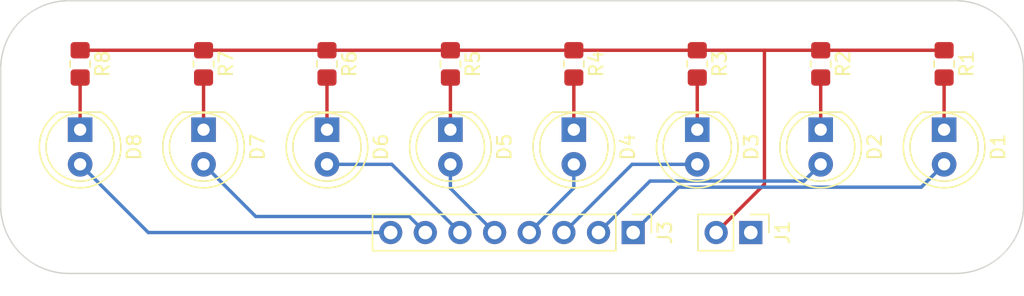
<source format=kicad_pcb>
(kicad_pcb (version 20221018) (generator pcbnew)
  (title_block (title "Bus Outputs") (rev "1.0"))
  (layers (0 "F.Cu" signal) (31 "B.Cu" signal) (34 "B.Paste" user) (35 "F.Paste" user) (36 "B.SilkS" user "B.Silkscreen") (37 "F.SilkS" user "F.Silkscreen") (38 "B.Mask" user) (39 "F.Mask" user) (44 "Edge.Cuts" user))
  (net 0 "")
  (net 1 "Net-(D1-K)")
  (net 2 "Net-(D1-A)")
  (net 3 "Net-(D2-K)")
  (net 4 "Net-(D2-A)")
  (net 5 "Net-(D3-K)")
  (net 6 "Net-(D3-A)")
  (net 7 "Net-(D4-K)")
  (net 8 "Net-(D4-A)")
  (net 9 "Net-(D5-K)")
  (net 10 "Net-(D5-A)")
  (net 11 "Net-(D6-K)")
  (net 12 "Net-(D6-A)")
  (net 13 "Net-(D7-K)")
  (net 14 "Net-(D7-A)")
  (net 15 "Net-(D8-K)")
  (net 16 "Net-(D8-A)")
  (net 18 "Net-(J1-Pin_2)")
  (footprint "Resistor_SMD:R_0805_2012Metric_Pad1.20x1.40mm_HandSolder" (layer "F.Cu") (at 107.975 64.635 -90)
    (fp_text reference "R5" (at 0 -1.65 90) (layer "F.SilkS"))
    (fp_text value "220")
    (fp_line (start -0.227064 -0.735) (end 0.227064 -0.735) (stroke (width 0.12)) (layer "F.SilkS"))
    (fp_line (start -0.227064 0.735) (end 0.227064 0.735) (stroke (width 0.12)) (layer "F.SilkS"))
    (pad "1" smd roundrect (at -1 0 270) (size 1.2 1.4) (layers "F.Cu" "F.Paste" "F.Mask") (roundrect_rratio 0.208333) (net 18 "Net-(J1-Pin_2)"))
    (pad "2" smd roundrect (at 1 0 270) (size 1.2 1.4) (layers "F.Cu" "F.Paste" "F.Mask") (roundrect_rratio 0.208333) (net 9 "Net-(D5-K)"))
  )
  (footprint "Resistor_SMD:R_0805_2012Metric_Pad1.20x1.40mm_HandSolder" (layer "F.Cu") (at 98.925 64.635 -90)
    (fp_text reference "R6" (at 0 -1.65 90) (layer "F.SilkS"))
    (fp_text value "220")
    (fp_line (start -0.227064 -0.735) (end 0.227064 -0.735) (stroke (width 0.12)) (layer "F.SilkS"))
    (fp_line (start -0.227064 0.735) (end 0.227064 0.735) (stroke (width 0.12)) (layer "F.SilkS"))
    (pad "1" smd roundrect (at -1 0 270) (size 1.2 1.4) (layers "F.Cu" "F.Paste" "F.Mask") (roundrect_rratio 0.208333) (net 18 "Net-(J1-Pin_2)"))
    (pad "2" smd roundrect (at 1 0 270) (size 1.2 1.4) (layers "F.Cu" "F.Paste" "F.Mask") (roundrect_rratio 0.208333) (net 11 "Net-(D6-K)"))
  )
  (footprint "Resistor_SMD:R_0805_2012Metric_Pad1.20x1.40mm_HandSolder" (layer "F.Cu") (at 135.125 64.635 -90)
    (fp_text reference "R2" (at 0 -1.65 90) (layer "F.SilkS"))
    (fp_text value "220")
    (fp_line (start -0.227064 -0.735) (end 0.227064 -0.735) (stroke (width 0.12)) (layer "F.SilkS"))
    (fp_line (start -0.227064 0.735) (end 0.227064 0.735) (stroke (width 0.12)) (layer "F.SilkS"))
    (pad "1" smd roundrect (at -1 0 270) (size 1.2 1.4) (layers "F.Cu" "F.Paste" "F.Mask") (roundrect_rratio 0.208333) (net 18 "Net-(J1-Pin_2)"))
    (pad "2" smd roundrect (at 1 0 270) (size 1.2 1.4) (layers "F.Cu" "F.Paste" "F.Mask") (roundrect_rratio 0.208333) (net 3 "Net-(D2-K)"))
  )
  (footprint "LED_THT:LED_D5.0mm" (layer "F.Cu") (at 135.125 69.46 -90)
    (fp_text reference "D2" (at 1.27 -3.96 90) (layer "F.SilkS"))
    (fp_text value "LED")
    (fp_line (start -1.29 -1.545) (end -1.29 1.545) (stroke (width 0.12)) (layer "F.SilkS"))
    (fp_arc (start -1.29 -1.54483) (mid 2.072002 -2.880433) (end 4.26 0.000462) (stroke (width 0.12)) (layer "F.SilkS"))
    (fp_arc (start 4.26 -0.000462) (mid 2.072002 2.880433) (end -1.29 1.54483) (stroke (width 0.12)) (layer "F.SilkS"))
    (fp_circle (center 1.27 0) (end 3.77 0) (stroke (width 0.12)) (fill none) (layer "F.SilkS"))
    (pad "1" thru_hole rect (at 0 0 270) (size 1.8 1.8) (drill 0.9) (layers "*.Cu" "*.Mask") (net 3 "Net-(D2-K)"))
    (pad "2" thru_hole circle (at 2.54 0 270) (size 1.8 1.8) (drill 0.9) (layers "*.Cu" "*.Mask") (net 4 "Net-(D2-A)"))
  )
  (footprint "Resistor_SMD:R_0805_2012Metric_Pad1.20x1.40mm_HandSolder" (layer "F.Cu") (at 126.075 64.635 -90)
    (fp_text reference "R3" (at 0 -1.65 90) (layer "F.SilkS"))
    (fp_text value "220")
    (fp_line (start -0.227064 -0.735) (end 0.227064 -0.735) (stroke (width 0.12)) (layer "F.SilkS"))
    (fp_line (start -0.227064 0.735) (end 0.227064 0.735) (stroke (width 0.12)) (layer "F.SilkS"))
    (pad "1" smd roundrect (at -1 0 270) (size 1.2 1.4) (layers "F.Cu" "F.Paste" "F.Mask") (roundrect_rratio 0.208333) (net 18 "Net-(J1-Pin_2)"))
    (pad "2" smd roundrect (at 1 0 270) (size 1.2 1.4) (layers "F.Cu" "F.Paste" "F.Mask") (roundrect_rratio 0.208333) (net 5 "Net-(D3-K)"))
  )
  (footprint "LED_THT:LED_D5.0mm" (layer "F.Cu") (at 107.975 69.46 -90)
    (fp_text reference "D5" (at 1.27 -3.96 90) (layer "F.SilkS"))
    (fp_text value "LED")
    (fp_line (start -1.29 -1.545) (end -1.29 1.545) (stroke (width 0.12)) (layer "F.SilkS"))
    (fp_arc (start -1.29 -1.54483) (mid 2.072002 -2.880433) (end 4.26 0.000462) (stroke (width 0.12)) (layer "F.SilkS"))
    (fp_arc (start 4.26 -0.000462) (mid 2.072002 2.880433) (end -1.29 1.54483) (stroke (width 0.12)) (layer "F.SilkS"))
    (fp_circle (center 1.27 0) (end 3.77 0) (stroke (width 0.12)) (fill none) (layer "F.SilkS"))
    (pad "1" thru_hole rect (at 0 0 270) (size 1.8 1.8) (drill 0.9) (layers "*.Cu" "*.Mask") (net 9 "Net-(D5-K)"))
    (pad "2" thru_hole circle (at 2.54 0 270) (size 1.8 1.8) (drill 0.9) (layers "*.Cu" "*.Mask") (net 10 "Net-(D5-A)"))
  )
  (footprint "LED_THT:LED_D5.0mm" (layer "F.Cu") (at 98.925 69.46 -90)
    (fp_text reference "D6" (at 1.27 -3.96 90) (layer "F.SilkS"))
    (fp_text value "LED")
    (fp_line (start -1.29 -1.545) (end -1.29 1.545) (stroke (width 0.12)) (layer "F.SilkS"))
    (fp_arc (start -1.29 -1.54483) (mid 2.072002 -2.880433) (end 4.26 0.000462) (stroke (width 0.12)) (layer "F.SilkS"))
    (fp_arc (start 4.26 -0.000462) (mid 2.072002 2.880433) (end -1.29 1.54483) (stroke (width 0.12)) (layer "F.SilkS"))
    (fp_circle (center 1.27 0) (end 3.77 0) (stroke (width 0.12)) (fill none) (layer "F.SilkS"))
    (pad "1" thru_hole rect (at 0 0 270) (size 1.8 1.8) (drill 0.9) (layers "*.Cu" "*.Mask") (net 11 "Net-(D6-K)"))
    (pad "2" thru_hole circle (at 2.54 0 270) (size 1.8 1.8) (drill 0.9) (layers "*.Cu" "*.Mask") (net 12 "Net-(D6-A)"))
  )
  (footprint "Connector_PinHeader_2.54mm:PinHeader_1x08_P2.54mm_Vertical" (layer "F.Cu") (at 121.375 77 -90)
    (fp_text reference "J3" (at 0 -2.33 90) (layer "F.SilkS"))
    (fp_text value "Conn_01x08")
    (fp_line (start -1.33 -1.33) (end 0 -1.33) (stroke (width 0.12)) (layer "F.SilkS"))
    (fp_line (start -1.33 0) (end -1.33 -1.33) (stroke (width 0.12)) (layer "F.SilkS"))
    (fp_line (start -1.33 1.27) (end -1.33 19.11) (stroke (width 0.12)) (layer "F.SilkS"))
    (fp_line (start -1.33 1.27) (end 1.33 1.27) (stroke (width 0.12)) (layer "F.SilkS"))
    (fp_line (start -1.33 19.11) (end 1.33 19.11) (stroke (width 0.12)) (layer "F.SilkS"))
    (fp_line (start 1.33 1.27) (end 1.33 19.11) (stroke (width 0.12)) (layer "F.SilkS"))
    (pad "1" thru_hole rect (at 0 0 270) (size 1.7 1.7) (drill 1) (layers "*.Cu" "*.Mask") (net 2 "Net-(D1-A)"))
    (pad "2" thru_hole oval (at 0 2.54 270) (size 1.7 1.7) (drill 1) (layers "*.Cu" "*.Mask") (net 4 "Net-(D2-A)"))
    (pad "3" thru_hole oval (at 0 5.08 270) (size 1.7 1.7) (drill 1) (layers "*.Cu" "*.Mask") (net 6 "Net-(D3-A)"))
    (pad "4" thru_hole oval (at 0 7.62 270) (size 1.7 1.7) (drill 1) (layers "*.Cu" "*.Mask") (net 8 "Net-(D4-A)"))
    (pad "5" thru_hole oval (at 0 10.16 270) (size 1.7 1.7) (drill 1) (layers "*.Cu" "*.Mask") (net 10 "Net-(D5-A)"))
    (pad "6" thru_hole oval (at 0 12.7 270) (size 1.7 1.7) (drill 1) (layers "*.Cu" "*.Mask") (net 12 "Net-(D6-A)"))
    (pad "7" thru_hole oval (at 0 15.24 270) (size 1.7 1.7) (drill 1) (layers "*.Cu" "*.Mask") (net 14 "Net-(D7-A)"))
    (pad "8" thru_hole oval (at 0 17.78 270) (size 1.7 1.7) (drill 1) (layers "*.Cu" "*.Mask") (net 16 "Net-(D8-A)"))
  )
  (footprint "LED_THT:LED_D5.0mm" (layer "F.Cu") (at 89.875 69.46 -90)
    (fp_text reference "D7" (at 1.27 -3.96 90) (layer "F.SilkS"))
    (fp_text value "LED")
    (fp_line (start -1.29 -1.545) (end -1.29 1.545) (stroke (width 0.12)) (layer "F.SilkS"))
    (fp_arc (start -1.29 -1.54483) (mid 2.072002 -2.880433) (end 4.26 0.000462) (stroke (width 0.12)) (layer "F.SilkS"))
    (fp_arc (start 4.26 -0.000462) (mid 2.072002 2.880433) (end -1.29 1.54483) (stroke (width 0.12)) (layer "F.SilkS"))
    (fp_circle (center 1.27 0) (end 3.77 0) (stroke (width 0.12)) (fill none) (layer "F.SilkS"))
    (pad "1" thru_hole rect (at 0 0 270) (size 1.8 1.8) (drill 0.9) (layers "*.Cu" "*.Mask") (net 13 "Net-(D7-K)"))
    (pad "2" thru_hole circle (at 2.54 0 270) (size 1.8 1.8) (drill 0.9) (layers "*.Cu" "*.Mask") (net 14 "Net-(D7-A)"))
  )
  (footprint "LED_THT:LED_D5.0mm" (layer "F.Cu") (at 80.825 69.46 -90)
    (fp_text reference "D8" (at 1.27 -3.96 90) (layer "F.SilkS"))
    (fp_text value "LED")
    (fp_line (start -1.29 -1.545) (end -1.29 1.545) (stroke (width 0.12)) (layer "F.SilkS"))
    (fp_arc (start -1.29 -1.54483) (mid 2.072002 -2.880433) (end 4.26 0.000462) (stroke (width 0.12)) (layer "F.SilkS"))
    (fp_arc (start 4.26 -0.000462) (mid 2.072002 2.880433) (end -1.29 1.54483) (stroke (width 0.12)) (layer "F.SilkS"))
    (fp_circle (center 1.27 0) (end 3.77 0) (stroke (width 0.12)) (fill none) (layer "F.SilkS"))
    (pad "1" thru_hole rect (at 0 0 270) (size 1.8 1.8) (drill 0.9) (layers "*.Cu" "*.Mask") (net 15 "Net-(D8-K)"))
    (pad "2" thru_hole circle (at 2.54 0 270) (size 1.8 1.8) (drill 0.9) (layers "*.Cu" "*.Mask") (net 16 "Net-(D8-A)"))
  )
  (footprint "LED_THT:LED_D5.0mm" (layer "F.Cu") (at 144.175 69.46 -90)
    (fp_text reference "D1" (at 1.27 -3.96 90) (layer "F.SilkS"))
    (fp_text value "LED")
    (fp_line (start -1.29 -1.545) (end -1.29 1.545) (stroke (width 0.12)) (layer "F.SilkS"))
    (fp_arc (start -1.29 -1.54483) (mid 2.072002 -2.880433) (end 4.26 0.000462) (stroke (width 0.12)) (layer "F.SilkS"))
    (fp_arc (start 4.26 -0.000462) (mid 2.072002 2.880433) (end -1.29 1.54483) (stroke (width 0.12)) (layer "F.SilkS"))
    (fp_circle (center 1.27 0) (end 3.77 0) (stroke (width 0.12)) (fill none) (layer "F.SilkS"))
    (pad "1" thru_hole rect (at 0 0 270) (size 1.8 1.8) (drill 0.9) (layers "*.Cu" "*.Mask") (net 1 "Net-(D1-K)"))
    (pad "2" thru_hole circle (at 2.54 0 270) (size 1.8 1.8) (drill 0.9) (layers "*.Cu" "*.Mask") (net 2 "Net-(D1-A)"))
  )
  (footprint "LED_THT:LED_D5.0mm" (layer "F.Cu") (at 126.075 69.46 -90)
    (fp_text reference "D3" (at 1.27 -3.96 90) (layer "F.SilkS"))
    (fp_text value "LED")
    (fp_line (start -1.29 -1.545) (end -1.29 1.545) (stroke (width 0.12)) (layer "F.SilkS"))
    (fp_arc (start -1.29 -1.54483) (mid 2.072002 -2.880433) (end 4.26 0.000462) (stroke (width 0.12)) (layer "F.SilkS"))
    (fp_arc (start 4.26 -0.000462) (mid 2.072002 2.880433) (end -1.29 1.54483) (stroke (width 0.12)) (layer "F.SilkS"))
    (fp_circle (center 1.27 0) (end 3.77 0) (stroke (width 0.12)) (fill none) (layer "F.SilkS"))
    (pad "1" thru_hole rect (at 0 0 270) (size 1.8 1.8) (drill 0.9) (layers "*.Cu" "*.Mask") (net 5 "Net-(D3-K)"))
    (pad "2" thru_hole circle (at 2.54 0 270) (size 1.8 1.8) (drill 0.9) (layers "*.Cu" "*.Mask") (net 6 "Net-(D3-A)"))
  )
  (footprint "Resistor_SMD:R_0805_2012Metric_Pad1.20x1.40mm_HandSolder" (layer "F.Cu") (at 80.825 64.635 -90)
    (fp_text reference "R8" (at 0 -1.65 90) (layer "F.SilkS"))
    (fp_text value "220")
    (fp_line (start -0.227064 -0.735) (end 0.227064 -0.735) (stroke (width 0.12)) (layer "F.SilkS"))
    (fp_line (start -0.227064 0.735) (end 0.227064 0.735) (stroke (width 0.12)) (layer "F.SilkS"))
    (pad "1" smd roundrect (at -1 0 270) (size 1.2 1.4) (layers "F.Cu" "F.Paste" "F.Mask") (roundrect_rratio 0.208333) (net 18 "Net-(J1-Pin_2)"))
    (pad "2" smd roundrect (at 1 0 270) (size 1.2 1.4) (layers "F.Cu" "F.Paste" "F.Mask") (roundrect_rratio 0.208333) (net 15 "Net-(D8-K)"))
  )
  (footprint "Resistor_SMD:R_0805_2012Metric_Pad1.20x1.40mm_HandSolder" (layer "F.Cu") (at 144.175 64.635 -90)
    (fp_text reference "R1" (at 0 -1.65 90) (layer "F.SilkS"))
    (fp_text value "220")
    (fp_line (start -0.227064 -0.735) (end 0.227064 -0.735) (stroke (width 0.12)) (layer "F.SilkS"))
    (fp_line (start -0.227064 0.735) (end 0.227064 0.735) (stroke (width 0.12)) (layer "F.SilkS"))
    (pad "1" smd roundrect (at -1 0 270) (size 1.2 1.4) (layers "F.Cu" "F.Paste" "F.Mask") (roundrect_rratio 0.208333) (net 18 "Net-(J1-Pin_2)"))
    (pad "2" smd roundrect (at 1 0 270) (size 1.2 1.4) (layers "F.Cu" "F.Paste" "F.Mask") (roundrect_rratio 0.208333) (net 1 "Net-(D1-K)"))
  )
  (footprint "Resistor_SMD:R_0805_2012Metric_Pad1.20x1.40mm_HandSolder" (layer "F.Cu") (at 89.875 64.635 -90)
    (fp_text reference "R7" (at 0 -1.65 90) (layer "F.SilkS"))
    (fp_text value "220")
    (fp_line (start -0.227064 -0.735) (end 0.227064 -0.735) (stroke (width 0.12)) (layer "F.SilkS"))
    (fp_line (start -0.227064 0.735) (end 0.227064 0.735) (stroke (width 0.12)) (layer "F.SilkS"))
    (pad "1" smd roundrect (at -1 0 270) (size 1.2 1.4) (layers "F.Cu" "F.Paste" "F.Mask") (roundrect_rratio 0.208333) (net 18 "Net-(J1-Pin_2)"))
    (pad "2" smd roundrect (at 1 0 270) (size 1.2 1.4) (layers "F.Cu" "F.Paste" "F.Mask") (roundrect_rratio 0.208333) (net 13 "Net-(D7-K)"))
  )
  (footprint "Connector_PinHeader_2.54mm:PinHeader_1x02_P2.54mm_Vertical" (layer "F.Cu") (at 130 77 -90)
    (fp_text reference "J1" (at 0 -2.33 90) (layer "F.SilkS"))
    (fp_text value "Conn_01x02")
    (fp_line (start -1.33 -1.33) (end 0 -1.33) (stroke (width 0.12)) (layer "F.SilkS"))
    (fp_line (start -1.33 0) (end -1.33 -1.33) (stroke (width 0.12)) (layer "F.SilkS"))
    (fp_line (start -1.33 1.27) (end -1.33 3.87) (stroke (width 0.12)) (layer "F.SilkS"))
    (fp_line (start -1.33 1.27) (end 1.33 1.27) (stroke (width 0.12)) (layer "F.SilkS"))
    (fp_line (start -1.33 3.87) (end 1.33 3.87) (stroke (width 0.12)) (layer "F.SilkS"))
    (fp_line (start 1.33 1.27) (end 1.33 3.87) (stroke (width 0.12)) (layer "F.SilkS"))
    (pad "1" thru_hole rect (at 0 0 270) (size 1.7 1.7) (drill 1) (layers "*.Cu" "*.Mask"))
    (pad "2" thru_hole oval (at 0 2.54 270) (size 1.7 1.7) (drill 1) (layers "*.Cu" "*.Mask") (net 18 "Net-(J1-Pin_2)"))
  )
  (footprint "Resistor_SMD:R_0805_2012Metric_Pad1.20x1.40mm_HandSolder" (layer "F.Cu") (at 117.025 64.635 -90)
    (fp_text reference "R4" (at 0 -1.65 90) (layer "F.SilkS"))
    (fp_text value "220")
    (fp_line (start -0.227064 -0.735) (end 0.227064 -0.735) (stroke (width 0.12)) (layer "F.SilkS"))
    (fp_line (start -0.227064 0.735) (end 0.227064 0.735) (stroke (width 0.12)) (layer "F.SilkS"))
    (pad "1" smd roundrect (at -1 0 270) (size 1.2 1.4) (layers "F.Cu" "F.Paste" "F.Mask") (roundrect_rratio 0.208333) (net 18 "Net-(J1-Pin_2)"))
    (pad "2" smd roundrect (at 1 0 270) (size 1.2 1.4) (layers "F.Cu" "F.Paste" "F.Mask") (roundrect_rratio 0.208333) (net 7 "Net-(D4-K)"))
  )
  (footprint "LED_THT:LED_D5.0mm" (layer "F.Cu") (at 117.025 69.46 -90)
    (fp_text reference "D4" (at 1.27 -3.96 90) (layer "F.SilkS"))
    (fp_text value "LED")
    (fp_line (start -1.29 -1.545) (end -1.29 1.545) (stroke (width 0.12)) (layer "F.SilkS"))
    (fp_arc (start -1.29 -1.54483) (mid 2.072002 -2.880433) (end 4.26 0.000462) (stroke (width 0.12)) (layer "F.SilkS"))
    (fp_arc (start 4.26 -0.000462) (mid 2.072002 2.880433) (end -1.29 1.54483) (stroke (width 0.12)) (layer "F.SilkS"))
    (fp_circle (center 1.27 0) (end 3.77 0) (stroke (width 0.12)) (fill none) (layer "F.SilkS"))
    (pad "1" thru_hole rect (at 0 0 270) (size 1.8 1.8) (drill 0.9) (layers "*.Cu" "*.Mask") (net 7 "Net-(D4-K)"))
    (pad "2" thru_hole circle (at 2.54 0 270) (size 1.8 1.8) (drill 0.9) (layers "*.Cu" "*.Mask") (net 8 "Net-(D4-A)"))
  )
  (gr_arc (start 150 75) (mid 148.535534 78.535534) (end 145 80) (stroke (width 0.1)) (layer "Edge.Cuts"))
  (gr_line (start 80 60) (end 145 60) (stroke (width 0.1)) (layer "Edge.Cuts"))
  (gr_arc (start 145 60) (mid 148.535534 61.464466) (end 150 65) (stroke (width 0.1)) (layer "Edge.Cuts"))
  (gr_arc (start 75 65) (mid 76.464466 61.464466) (end 80 60) (stroke (width 0.1)) (layer "Edge.Cuts"))
  (gr_line (start 145 80) (end 80 80) (stroke (width 0.1)) (layer "Edge.Cuts"))
  (gr_line (start 75 75) (end 75 65) (stroke (width 0.1)) (layer "Edge.Cuts"))
  (gr_arc (start 80 80) (mid 76.464466 78.535534) (end 75 75) (stroke (width 0.1)) (layer "Edge.Cuts"))
  (gr_line (start 150 65) (end 150 75) (stroke (width 0.1)) (layer "Edge.Cuts"))
  (segment (start 144.175 69.46) (end 144.175 65.635) (width 0.25) (layer "F.Cu") (net 1))
  (segment (start 124.7 73.675) (end 121.375 77) (width 0.25) (layer "B.Cu") (net 2))
  (segment (start 142.5 73.675) (end 124.7 73.675) (width 0.25) (layer "B.Cu") (net 2))
  (segment (start 144.175 72) (end 142.5 73.675) (width 0.25) (layer "B.Cu") (net 2))
  (segment (start 135.125 65.635) (end 135.125 69.46) (width 0.25) (layer "F.Cu") (net 3))
  (segment (start 133.9 73.225) (end 122.61 73.225) (width 0.25) (layer "B.Cu") (net 4))
  (segment (start 135.125 72) (end 133.9 73.225) (width 0.25) (layer "B.Cu") (net 4))
  (segment (start 122.61 73.225) (end 118.835 77) (width 0.25) (layer "B.Cu") (net 4))
  (segment (start 126.075 69.46) (end 126.075 65.635) (width 0.25) (layer "F.Cu") (net 5))
  (segment (start 126.075 72) (end 121.295 72) (width 0.25) (layer "B.Cu") (net 6))
  (segment (start 121.295 72) (end 116.295 77) (width 0.25) (layer "B.Cu") (net 6))
  (segment (start 117.025 65.635) (end 117.025 69.46) (width 0.25) (layer "F.Cu") (net 7))
  (segment (start 117.025 72) (end 117.025 73.73) (width 0.25) (layer "B.Cu") (net 8))
  (segment (start 117.025 73.73) (end 113.755 77) (width 0.25) (layer "B.Cu") (net 8))
  (segment (start 107.975 69.46) (end 107.975 65.635) (width 0.25) (layer "F.Cu") (net 9))
  (segment (start 107.975 73.76) (end 111.215 77) (width 0.25) (layer "B.Cu") (net 10))
  (segment (start 107.975 72) (end 107.975 73.76) (width 0.25) (layer "B.Cu") (net 10))
  (segment (start 98.925 65.635) (end 98.925 69.46) (width 0.25) (layer "F.Cu") (net 11))
  (segment (start 103.675 72) (end 108.675 77) (width 0.25) (layer "B.Cu") (net 12))
  (segment (start 98.925 72) (end 103.675 72) (width 0.25) (layer "B.Cu") (net 12))
  (segment (start 89.875 69.46) (end 89.875 65.635) (width 0.25) (layer "F.Cu") (net 13))
  (segment (start 89.875 72) (end 93.7 75.825) (width 0.25) (layer "B.Cu") (net 14))
  (segment (start 104.96 75.825) (end 106.135 77) (width 0.25) (layer "B.Cu") (net 14))
  (segment (start 93.7 75.825) (end 104.96 75.825) (width 0.25) (layer "B.Cu") (net 14))
  (segment (start 80.825 65.635) (end 80.825 69.46) (width 0.25) (layer "F.Cu") (net 15))
  (segment (start 85.825 77) (end 103.595 77) (width 0.25) (layer "B.Cu") (net 16))
  (segment (start 80.825 72) (end 85.825 77) (width 0.25) (layer "B.Cu") (net 16))
  (segment (start 131 63.635) (end 131 73.46) (width 0.25) (layer "F.Cu") (net 18))
  (segment (start 131 63.635) (end 144.175 63.635) (width 0.25) (layer "F.Cu") (net 18))
  (segment (start 131 73.46) (end 127.46 77) (width 0.25) (layer "F.Cu") (net 18))
  (segment (start 80.825 63.635) (end 131 63.635) (width 0.25) (layer "F.Cu") (net 18))
)
</source>
